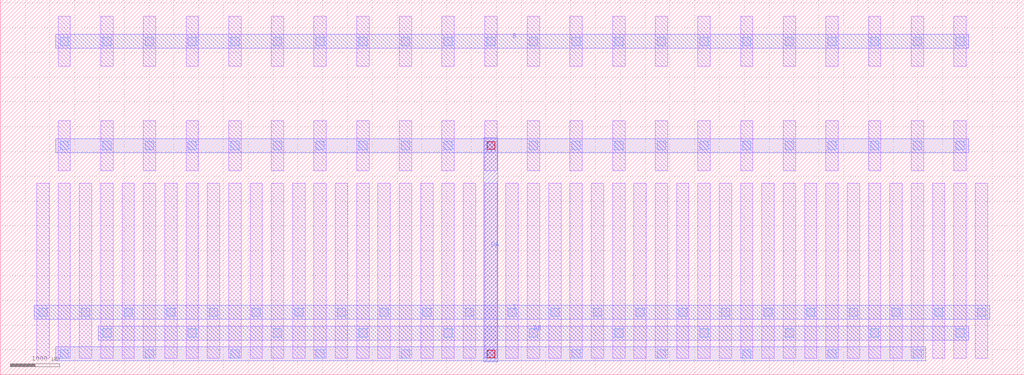
<source format=lef>
MACRO SCM_NMOS_B_90984876_X11_Y1
  UNITS 
    DATABASE MICRONS UNITS 1000;
  END UNITS 
  ORIGIN 0 0 ;
  FOREIGN SCM_NMOS_B_90984876_X11_Y1 0 0 ;
  SIZE 20640 BY 7560 ;
  PIN B
    DIRECTION INOUT ;
    USE SIGNAL ;
    PORT
      LAYER M2 ;
        RECT 1120 6580 19520 6860 ;
    END
  END B
  PIN DA
    DIRECTION INOUT ;
    USE SIGNAL ;
    PORT
      LAYER M3 ;
        RECT 9750 260 10030 4780 ;
    END
  END DA
  PIN DB
    DIRECTION INOUT ;
    USE SIGNAL ;
    PORT
      LAYER M2 ;
        RECT 1980 700 19520 980 ;
    END
  END DB
  PIN S
    DIRECTION INOUT ;
    USE SIGNAL ;
    PORT
      LAYER M2 ;
        RECT 690 1120 19950 1400 ;
    END
  END S
  OBS
    LAYER M1 ;
      RECT 1165 335 1415 3865 ;
    LAYER M1 ;
      RECT 1165 4115 1415 5125 ;
    LAYER M1 ;
      RECT 1165 6215 1415 7225 ;
    LAYER M1 ;
      RECT 735 335 985 3865 ;
    LAYER M1 ;
      RECT 1595 335 1845 3865 ;
    LAYER M1 ;
      RECT 2025 335 2275 3865 ;
    LAYER M1 ;
      RECT 2025 4115 2275 5125 ;
    LAYER M1 ;
      RECT 2025 6215 2275 7225 ;
    LAYER M1 ;
      RECT 2455 335 2705 3865 ;
    LAYER M1 ;
      RECT 2885 335 3135 3865 ;
    LAYER M1 ;
      RECT 2885 4115 3135 5125 ;
    LAYER M1 ;
      RECT 2885 6215 3135 7225 ;
    LAYER M1 ;
      RECT 3315 335 3565 3865 ;
    LAYER M1 ;
      RECT 3745 335 3995 3865 ;
    LAYER M1 ;
      RECT 3745 4115 3995 5125 ;
    LAYER M1 ;
      RECT 3745 6215 3995 7225 ;
    LAYER M1 ;
      RECT 4175 335 4425 3865 ;
    LAYER M1 ;
      RECT 4605 335 4855 3865 ;
    LAYER M1 ;
      RECT 4605 4115 4855 5125 ;
    LAYER M1 ;
      RECT 4605 6215 4855 7225 ;
    LAYER M1 ;
      RECT 5035 335 5285 3865 ;
    LAYER M1 ;
      RECT 5465 335 5715 3865 ;
    LAYER M1 ;
      RECT 5465 4115 5715 5125 ;
    LAYER M1 ;
      RECT 5465 6215 5715 7225 ;
    LAYER M1 ;
      RECT 5895 335 6145 3865 ;
    LAYER M1 ;
      RECT 6325 335 6575 3865 ;
    LAYER M1 ;
      RECT 6325 4115 6575 5125 ;
    LAYER M1 ;
      RECT 6325 6215 6575 7225 ;
    LAYER M1 ;
      RECT 6755 335 7005 3865 ;
    LAYER M1 ;
      RECT 7185 335 7435 3865 ;
    LAYER M1 ;
      RECT 7185 4115 7435 5125 ;
    LAYER M1 ;
      RECT 7185 6215 7435 7225 ;
    LAYER M1 ;
      RECT 7615 335 7865 3865 ;
    LAYER M1 ;
      RECT 8045 335 8295 3865 ;
    LAYER M1 ;
      RECT 8045 4115 8295 5125 ;
    LAYER M1 ;
      RECT 8045 6215 8295 7225 ;
    LAYER M1 ;
      RECT 8475 335 8725 3865 ;
    LAYER M1 ;
      RECT 8905 335 9155 3865 ;
    LAYER M1 ;
      RECT 8905 4115 9155 5125 ;
    LAYER M1 ;
      RECT 8905 6215 9155 7225 ;
    LAYER M1 ;
      RECT 9335 335 9585 3865 ;
    LAYER M1 ;
      RECT 9765 335 10015 3865 ;
    LAYER M1 ;
      RECT 9765 4115 10015 5125 ;
    LAYER M1 ;
      RECT 9765 6215 10015 7225 ;
    LAYER M1 ;
      RECT 10195 335 10445 3865 ;
    LAYER M1 ;
      RECT 10625 335 10875 3865 ;
    LAYER M1 ;
      RECT 10625 4115 10875 5125 ;
    LAYER M1 ;
      RECT 10625 6215 10875 7225 ;
    LAYER M1 ;
      RECT 11055 335 11305 3865 ;
    LAYER M1 ;
      RECT 11485 335 11735 3865 ;
    LAYER M1 ;
      RECT 11485 4115 11735 5125 ;
    LAYER M1 ;
      RECT 11485 6215 11735 7225 ;
    LAYER M1 ;
      RECT 11915 335 12165 3865 ;
    LAYER M1 ;
      RECT 12345 335 12595 3865 ;
    LAYER M1 ;
      RECT 12345 4115 12595 5125 ;
    LAYER M1 ;
      RECT 12345 6215 12595 7225 ;
    LAYER M1 ;
      RECT 12775 335 13025 3865 ;
    LAYER M1 ;
      RECT 13205 335 13455 3865 ;
    LAYER M1 ;
      RECT 13205 4115 13455 5125 ;
    LAYER M1 ;
      RECT 13205 6215 13455 7225 ;
    LAYER M1 ;
      RECT 13635 335 13885 3865 ;
    LAYER M1 ;
      RECT 14065 335 14315 3865 ;
    LAYER M1 ;
      RECT 14065 4115 14315 5125 ;
    LAYER M1 ;
      RECT 14065 6215 14315 7225 ;
    LAYER M1 ;
      RECT 14495 335 14745 3865 ;
    LAYER M1 ;
      RECT 14925 335 15175 3865 ;
    LAYER M1 ;
      RECT 14925 4115 15175 5125 ;
    LAYER M1 ;
      RECT 14925 6215 15175 7225 ;
    LAYER M1 ;
      RECT 15355 335 15605 3865 ;
    LAYER M1 ;
      RECT 15785 335 16035 3865 ;
    LAYER M1 ;
      RECT 15785 4115 16035 5125 ;
    LAYER M1 ;
      RECT 15785 6215 16035 7225 ;
    LAYER M1 ;
      RECT 16215 335 16465 3865 ;
    LAYER M1 ;
      RECT 16645 335 16895 3865 ;
    LAYER M1 ;
      RECT 16645 4115 16895 5125 ;
    LAYER M1 ;
      RECT 16645 6215 16895 7225 ;
    LAYER M1 ;
      RECT 17075 335 17325 3865 ;
    LAYER M1 ;
      RECT 17505 335 17755 3865 ;
    LAYER M1 ;
      RECT 17505 4115 17755 5125 ;
    LAYER M1 ;
      RECT 17505 6215 17755 7225 ;
    LAYER M1 ;
      RECT 17935 335 18185 3865 ;
    LAYER M1 ;
      RECT 18365 335 18615 3865 ;
    LAYER M1 ;
      RECT 18365 4115 18615 5125 ;
    LAYER M1 ;
      RECT 18365 6215 18615 7225 ;
    LAYER M1 ;
      RECT 18795 335 19045 3865 ;
    LAYER M1 ;
      RECT 19225 335 19475 3865 ;
    LAYER M1 ;
      RECT 19225 4115 19475 5125 ;
    LAYER M1 ;
      RECT 19225 6215 19475 7225 ;
    LAYER M1 ;
      RECT 19655 335 19905 3865 ;
    LAYER M2 ;
      RECT 1120 4480 19520 4760 ;
    LAYER M2 ;
      RECT 1120 280 18660 560 ;
    LAYER V1 ;
      RECT 1205 335 1375 505 ;
    LAYER V1 ;
      RECT 1205 4535 1375 4705 ;
    LAYER V1 ;
      RECT 1205 6635 1375 6805 ;
    LAYER V1 ;
      RECT 2065 755 2235 925 ;
    LAYER V1 ;
      RECT 2065 4535 2235 4705 ;
    LAYER V1 ;
      RECT 2065 6635 2235 6805 ;
    LAYER V1 ;
      RECT 2925 335 3095 505 ;
    LAYER V1 ;
      RECT 2925 4535 3095 4705 ;
    LAYER V1 ;
      RECT 2925 6635 3095 6805 ;
    LAYER V1 ;
      RECT 3785 755 3955 925 ;
    LAYER V1 ;
      RECT 3785 4535 3955 4705 ;
    LAYER V1 ;
      RECT 3785 6635 3955 6805 ;
    LAYER V1 ;
      RECT 4645 335 4815 505 ;
    LAYER V1 ;
      RECT 4645 4535 4815 4705 ;
    LAYER V1 ;
      RECT 4645 6635 4815 6805 ;
    LAYER V1 ;
      RECT 5505 755 5675 925 ;
    LAYER V1 ;
      RECT 5505 4535 5675 4705 ;
    LAYER V1 ;
      RECT 5505 6635 5675 6805 ;
    LAYER V1 ;
      RECT 6365 335 6535 505 ;
    LAYER V1 ;
      RECT 6365 4535 6535 4705 ;
    LAYER V1 ;
      RECT 6365 6635 6535 6805 ;
    LAYER V1 ;
      RECT 7225 755 7395 925 ;
    LAYER V1 ;
      RECT 7225 4535 7395 4705 ;
    LAYER V1 ;
      RECT 7225 6635 7395 6805 ;
    LAYER V1 ;
      RECT 8085 335 8255 505 ;
    LAYER V1 ;
      RECT 8085 4535 8255 4705 ;
    LAYER V1 ;
      RECT 8085 6635 8255 6805 ;
    LAYER V1 ;
      RECT 8945 755 9115 925 ;
    LAYER V1 ;
      RECT 8945 4535 9115 4705 ;
    LAYER V1 ;
      RECT 8945 6635 9115 6805 ;
    LAYER V1 ;
      RECT 9805 335 9975 505 ;
    LAYER V1 ;
      RECT 9805 4535 9975 4705 ;
    LAYER V1 ;
      RECT 9805 6635 9975 6805 ;
    LAYER V1 ;
      RECT 10665 755 10835 925 ;
    LAYER V1 ;
      RECT 10665 4535 10835 4705 ;
    LAYER V1 ;
      RECT 10665 6635 10835 6805 ;
    LAYER V1 ;
      RECT 11525 335 11695 505 ;
    LAYER V1 ;
      RECT 11525 4535 11695 4705 ;
    LAYER V1 ;
      RECT 11525 6635 11695 6805 ;
    LAYER V1 ;
      RECT 12385 755 12555 925 ;
    LAYER V1 ;
      RECT 12385 4535 12555 4705 ;
    LAYER V1 ;
      RECT 12385 6635 12555 6805 ;
    LAYER V1 ;
      RECT 13245 335 13415 505 ;
    LAYER V1 ;
      RECT 13245 4535 13415 4705 ;
    LAYER V1 ;
      RECT 13245 6635 13415 6805 ;
    LAYER V1 ;
      RECT 14105 755 14275 925 ;
    LAYER V1 ;
      RECT 14105 4535 14275 4705 ;
    LAYER V1 ;
      RECT 14105 6635 14275 6805 ;
    LAYER V1 ;
      RECT 14965 335 15135 505 ;
    LAYER V1 ;
      RECT 14965 4535 15135 4705 ;
    LAYER V1 ;
      RECT 14965 6635 15135 6805 ;
    LAYER V1 ;
      RECT 15825 755 15995 925 ;
    LAYER V1 ;
      RECT 15825 4535 15995 4705 ;
    LAYER V1 ;
      RECT 15825 6635 15995 6805 ;
    LAYER V1 ;
      RECT 16685 335 16855 505 ;
    LAYER V1 ;
      RECT 16685 4535 16855 4705 ;
    LAYER V1 ;
      RECT 16685 6635 16855 6805 ;
    LAYER V1 ;
      RECT 17545 755 17715 925 ;
    LAYER V1 ;
      RECT 17545 4535 17715 4705 ;
    LAYER V1 ;
      RECT 17545 6635 17715 6805 ;
    LAYER V1 ;
      RECT 18405 335 18575 505 ;
    LAYER V1 ;
      RECT 18405 4535 18575 4705 ;
    LAYER V1 ;
      RECT 18405 6635 18575 6805 ;
    LAYER V1 ;
      RECT 19265 755 19435 925 ;
    LAYER V1 ;
      RECT 19265 4535 19435 4705 ;
    LAYER V1 ;
      RECT 19265 6635 19435 6805 ;
    LAYER V1 ;
      RECT 775 1175 945 1345 ;
    LAYER V1 ;
      RECT 1635 1175 1805 1345 ;
    LAYER V1 ;
      RECT 2495 1175 2665 1345 ;
    LAYER V1 ;
      RECT 3355 1175 3525 1345 ;
    LAYER V1 ;
      RECT 4215 1175 4385 1345 ;
    LAYER V1 ;
      RECT 5075 1175 5245 1345 ;
    LAYER V1 ;
      RECT 5935 1175 6105 1345 ;
    LAYER V1 ;
      RECT 6795 1175 6965 1345 ;
    LAYER V1 ;
      RECT 7655 1175 7825 1345 ;
    LAYER V1 ;
      RECT 8515 1175 8685 1345 ;
    LAYER V1 ;
      RECT 9375 1175 9545 1345 ;
    LAYER V1 ;
      RECT 10235 1175 10405 1345 ;
    LAYER V1 ;
      RECT 11095 1175 11265 1345 ;
    LAYER V1 ;
      RECT 11955 1175 12125 1345 ;
    LAYER V1 ;
      RECT 12815 1175 12985 1345 ;
    LAYER V1 ;
      RECT 13675 1175 13845 1345 ;
    LAYER V1 ;
      RECT 14535 1175 14705 1345 ;
    LAYER V1 ;
      RECT 15395 1175 15565 1345 ;
    LAYER V1 ;
      RECT 16255 1175 16425 1345 ;
    LAYER V1 ;
      RECT 17115 1175 17285 1345 ;
    LAYER V1 ;
      RECT 17975 1175 18145 1345 ;
    LAYER V1 ;
      RECT 18835 1175 19005 1345 ;
    LAYER V1 ;
      RECT 19695 1175 19865 1345 ;
    LAYER V2 ;
      RECT 9815 345 9965 495 ;
    LAYER V2 ;
      RECT 9815 4545 9965 4695 ;
  END
END SCM_NMOS_B_90984876_X11_Y1

</source>
